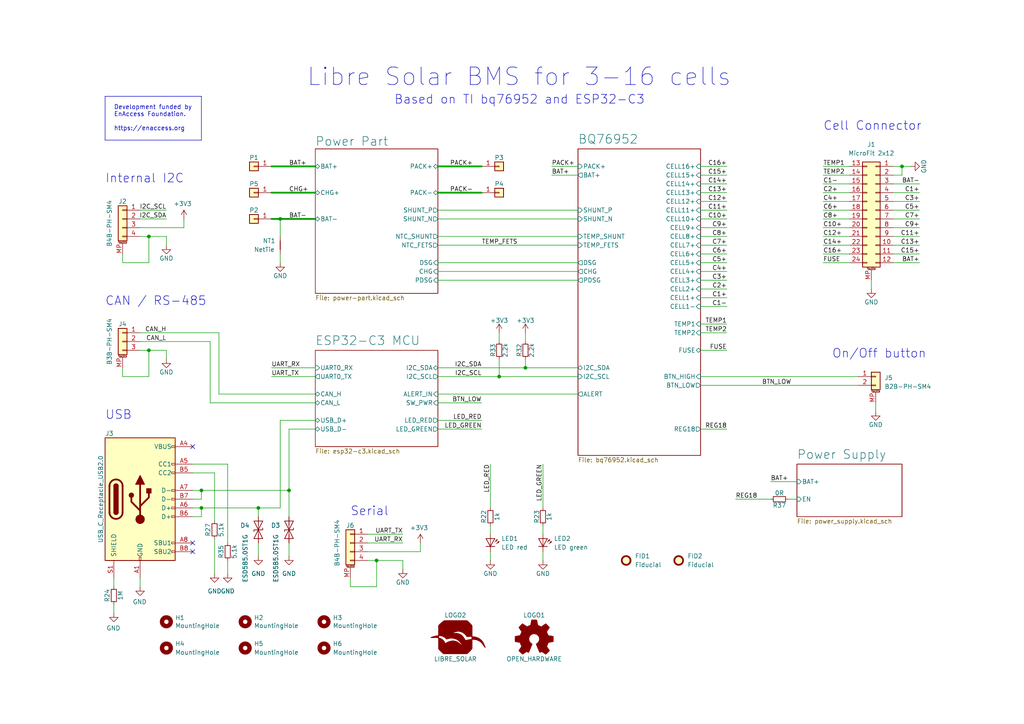
<source format=kicad_sch>
(kicad_sch (version 20231120) (generator "eeschema") (generator_version "8.0")
  (paper "A4")
  (title_block (title "Libre Solar BMS C1") (date "2024-03-17") (rev "0.4.1") (company "Libre Solar Technologies GmbH") (comment 1 "Website: https://libre.solar") (comment 2 "Author: Martin Jäger") (comment 3 "License: CERN-OHL-W"))
  (lib_symbols
    (symbol "Connector:USB_C_Receptacle_USB2.0" (pin_names (offset 1.016))
      (property "Reference" "J" (at -10.16 19.05 0))
      (property "Value" "USB_C_Receptacle_USB2.0" (at 19.05 19.05 0))
      (symbol "USB_C_Receptacle_USB2.0_1_1"
        (pin passive line (at 0 -22.86 90) (length 5.08) (name "GND") (number "A1"))
        (pin passive line (at 0 -22.86 90) (length 5.08) hide (name "GND") (number "A12"))
        (pin passive line (at 15.24 15.24 180) (length 5.08) (name "VBUS") (number "A4"))
        (pin bidirectional line (at 15.24 10.16 180) (length 5.08) (name "CC1") (number "A5"))
        (pin bidirectional line (at 15.24 -2.54 180) (length 5.08) (name "D+") (number "A6"))
        (pin bidirectional line (at 15.24 2.54 180) (length 5.08) (name "D-") (number "A7"))
        (pin bidirectional line (at 15.24 -12.7 180) (length 5.08) (name "SBU1") (number "A8"))
        (pin passive line (at 15.24 15.24 180) (length 5.08) hide (name "VBUS") (number "A9"))
        (pin passive line (at 0 -22.86 90) (length 5.08) hide (name "GND") (number "B1"))
        (pin passive line (at 0 -22.86 90) (length 5.08) hide (name "GND") (number "B12"))
        (pin passive line (at 15.24 15.24 180) (length 5.08) hide (name "VBUS") (number "B4"))
        (pin bidirectional line (at 15.24 7.62 180) (length 5.08) (name "CC2") (number "B5"))
        (pin bidirectional line (at 15.24 -5.08 180) (length 5.08) (name "D+") (number "B6"))
        (pin bidirectional line (at 15.24 0 180) (length 5.08) (name "D-") (number "B7"))
        (pin bidirectional line (at 15.24 -15.24 180) (length 5.08) (name "SBU2") (number "B8"))
        (pin passive line (at 15.24 15.24 180) (length 5.08) hide (name "VBUS") (number "B9"))
        (pin passive line (at -7.62 -22.86 90) (length 5.08) (name "SHIELD") (number "S1"))
      )
    )
    (symbol "Connector_Generic:Conn_01x01" (pin_names (offset 1.016) hide)
      (property "Reference" "J" (at 0 2.54 0))
      (property "Value" "Conn_01x01" (at 0 -2.54 0))
      (symbol "Conn_01x01_1_1"
        (pin passive line (at -5.08 0 0) (length 3.81) (name "Pin_1") (number "1"))
      )
    )
    (symbol "Connector_Generic_MountingPin:Conn_01x02_MountingPin" (pin_names (offset 1.016) hide)
      (property "Reference" "J" (at 0 2.54 0))
      (property "Value" "Conn_01x02_MountingPin" (at 1.27 -5.08 0))
      (symbol "Conn_01x02_MountingPin_1_1"
        (text "Mounting" (at 0 -4.191 0) (effects (font (size 0.381 0.381))))
        (pin passive line (at -5.08 0 0) (length 3.81) (name "Pin_1") (number "1"))
        (pin passive line (at -5.08 -2.54 0) (length 3.81) (name "Pin_2") (number "2"))
        (pin passive line (at 0 -7.62 90) (length 3.048) (name "MountPin") (number "MP"))
      )
    )
    (symbol "Connector_Generic_MountingPin:Conn_01x03_MountingPin" (pin_names (offset 1.016) hide)
      (property "Reference" "J" (at 0 5.08 0))
      (property "Value" "Conn_01x03_MountingPin" (at 1.27 -5.08 0))
      (symbol "Conn_01x03_MountingPin_1_1"
        (text "Mounting" (at 0 -4.191 0) (effects (font (size 0.381 0.381))))
        (pin passive line (at -5.08 2.54 0) (length 3.81) (name "Pin_1") (number "1"))
        (pin passive line (at -5.08 0 0) (length 3.81) (name "Pin_2") (number "2"))
        (pin passive line (at -5.08 -2.54 0) (length 3.81) (name "Pin_3") (number "3"))
        (pin passive line (at 0 -7.62 90) (length 3.048) (name "MountPin") (number "MP"))
      )
    )
    (symbol "Connector_Generic_MountingPin:Conn_01x04_MountingPin" (pin_names (offset 1.016) hide)
      (property "Reference" "J" (at 0 5.08 0))
      (property "Value" "Conn_01x04_MountingPin" (at 1.27 -7.62 0))
      (symbol "Conn_01x04_MountingPin_1_1"
        (text "Mounting" (at 0 -6.731 0) (effects (font (size 0.381 0.381))))
        (pin passive line (at -5.08 2.54 0) (length 3.81) (name "Pin_1") (number "1"))
        (pin passive line (at -5.08 0 0) (length 3.81) (name "Pin_2") (number "2"))
        (pin passive line (at -5.08 -2.54 0) (length 3.81) (name "Pin_3") (number "3"))
        (pin passive line (at -5.08 -5.08 0) (length 3.81) (name "Pin_4") (number "4"))
        (pin passive line (at 0 -10.16 90) (length 3.048) (name "MountPin") (number "MP"))
      )
    )
    (symbol "Connector_Generic_MountingPin:Conn_02x12_Top_Bottom_MountingPin" (pin_names (offset 1.016) hide)
      (property "Reference" "J" (at 1.27 15.24 0))
      (property "Value" "Conn_02x12_Top_Bottom_MountingPin" (at 2.54 -17.78 0))
      (symbol "Conn_02x12_Top_Bottom_MountingPin_1_1"
        (text "Mounting" (at 1.27 -16.891 0) (effects (font (size 0.381 0.381))))
        (pin passive line (at -5.08 12.7 0) (length 3.81) (name "Pin_1") (number "1"))
        (pin passive line (at -5.08 -10.16 0) (length 3.81) (name "Pin_10") (number "10"))
        (pin passive line (at -5.08 -12.7 0) (length 3.81) (name "Pin_11") (number "11"))
        (pin passive line (at -5.08 -15.24 0) (length 3.81) (name "Pin_12") (number "12"))
        (pin passive line (at 7.62 12.7 180) (length 3.81) (name "Pin_13") (number "13"))
        (pin passive line (at 7.62 10.16 180) (length 3.81) (name "Pin_14") (number "14"))
        (pin passive line (at 7.62 7.62 180) (length 3.81) (name "Pin_15") (number "15"))
        (pin passive line (at 7.62 5.08 180) (length 3.81) (name "Pin_16") (number "16"))
        (pin passive line (at 7.62 2.54 180) (length 3.81) (name "Pin_17") (number "17"))
        (pin passive line (at 7.62 0 180) (length 3.81) (name "Pin_18") (number "18"))
        (pin passive line (at 7.62 -2.54 180) (length 3.81) (name "Pin_19") (number "19"))
        (pin passive line (at -5.08 10.16 0) (length 3.81) (name "Pin_2") (number "2"))
        (pin passive line (at 7.62 -5.08 180) (length 3.81) (name "Pin_20") (number "20"))
        (pin passive line (at 7.62 -7.62 180) (length 3.81) (name "Pin_21") (number "21"))
        (pin passive line (at 7.62 -10.16 180) (length 3.81) (name "Pin_22") (number "22"))
        (pin passive line (at 7.62 -12.7 180) (length 3.81) (name "Pin_23") (number "23"))
        (pin passive line (at 7.62 -15.24 180) (length 3.81) (name "Pin_24") (number "24"))
        (pin passive line (at -5.08 7.62 0) (length 3.81) (name "Pin_3") (number "3"))
        (pin passive line (at -5.08 5.08 0) (length 3.81) (name "Pin_4") (number "4"))
        (pin passive line (at -5.08 2.54 0) (length 3.81) (name "Pin_5") (number "5"))
        (pin passive line (at -5.08 0 0) (length 3.81) (name "Pin_6") (number "6"))
        (pin passive line (at -5.08 -2.54 0) (length 3.81) (name "Pin_7") (number "7"))
        (pin passive line (at -5.08 -5.08 0) (length 3.81) (name "Pin_8") (number "8"))
        (pin passive line (at -5.08 -7.62 0) (length 3.81) (name "Pin_9") (number "9"))
        (pin passive line (at 1.27 -20.32 90) (length 3.048) (name "MountPin") (number "MP"))
      )
    )
    (symbol "Device:NetTie_2" (pin_numbers hide) (pin_names (offset 0) hide)
      (property "Reference" "NT" (at 0 1.27 0))
      (property "Value" "NetTie_2" (at 0 -1.27 0))
      (symbol "NetTie_2_1_1"
        (pin passive line (at -2.54 0 0) (length 2.54) (name "1") (number "1"))
        (pin passive line (at 2.54 0 180) (length 2.54) (name "2") (number "2"))
      )
    )
    (symbol "Diode:SZESD9B5.0ST5G" (pin_numbers hide) (pin_names (offset 1.016) hide)
      (property "Reference" "D" (at 0 2.54 0))
      (property "Value" "SZESD9B5.0ST5G" (at 0 -2.54 0))
      (symbol "SZESD9B5.0ST5G_1_1"
        (pin passive line (at -3.81 0 0) (length 2.54) (name "A1") (number "1"))
        (pin passive line (at 3.81 0 180) (length 2.54) (name "A2") (number "2"))
      )
    )
    (symbol "Graphic:Logo_Open_Hardware_Small" (pin_names (offset 1.016)))
    (symbol "LibreSolar:LED" (pin_numbers hide) (pin_names (offset 1.016) hide)
      (property "Reference" "D" (at 3.175 1.27 0))
      (property "Value" "LED" (at 3.175 -1.27 0))
      (symbol "LED_1_1"
        (pin passive line (at 0 -2.54 90) (length 1.27) (name "K") (number "1"))
        (pin passive line (at 0 2.54 270) (length 1.27) (name "A") (number "2"))
      )
    )
    (symbol "LibreSolar:Logo_Libre_Solar" (pin_numbers hide) (pin_names (offset 1.016) hide)
      (property "Reference" "LOGO" (at 0 6.985 0))
      (property "Value" "Logo_Libre_Solar" (at 0 -5.715 0))
    )
    (symbol "LibreSolar:R" (pin_numbers hide) (pin_names (offset 0.254) hide)
      (property "Reference" "R" (at -1.905 0 90))
      (property "Value" "R" (at 1.905 0 90))
      (symbol "R_1_1"
        (pin passive line (at 0 2.54 270) (length 0.762) (name "~") (number "1"))
        (pin passive line (at 0 -2.54 90) (length 0.762) (name "~") (number "2"))
      )
    )
    (symbol "Mechanical:Fiducial"
      (property "Reference" "FID" (at 0 5.08 0))
      (property "Value" "Fiducial" (at 0 3.175 0))
    )
    (symbol "Mechanical:MountingHole" (pin_names (offset 1.016))
      (property "Reference" "H" (at 0 5.08 0))
      (property "Value" "MountingHole" (at 0 3.175 0))
    )
    (symbol "power:+3.3V" (power) (pin_names (offset 0))
      (property "Value" "+3.3V" (at 0 3.556 0))
      (symbol "+3.3V_1_1"
        (pin power_in line (at 0 0 90) (length 0) hide (name "+3V3") (number "1"))
      )
    )
    (symbol "power:+3V3" (power) (pin_names (offset 0))
      (property "Value" "+3V3" (at 0 3.556 0))
      (symbol "+3V3_1_1"
        (pin power_in line (at 0 0 90) (length 0) hide (name "+3V3") (number "1"))
      )
    )
    (symbol "power:GND" (power) (pin_names (offset 0))
      (property "Value" "GND" (at 0 -3.81 0))
      (symbol "GND_1_1"
        (pin power_in line (at 0 0 270) (length 0) hide (name "GND") (number "1"))
      )
    )
  )
  (junction (at 43.18 68.58))
  (junction (at 74.93 147.32))
  (junction (at 152.4 106.68))
  (junction (at 43.18 101.6))
  (junction (at 58.42 142.24))
  (junction (at 81.28 63.5))
  (junction (at 83.82 142.24))
  (junction (at 58.42 147.32))
  (junction (at 261.62 48.26))
  (junction (at 144.78 109.22))
  (junction (at 109.22 162.56))
  (no_connect (at 55.88 160.02))
  (no_connect (at 55.88 129.54))
  (no_connect (at 55.88 157.48))
  (wire (pts (xy 53.34 66.04) (xy 40.64 66.04)))
  (wire (pts (xy 35.56 106.68) (xy 35.56 109.22)))
  (wire (pts (xy 259.08 55.88) (xy 266.7 55.88)))
  (wire (pts (xy 127 78.74) (xy 167.64 78.74)))
  (wire (pts (xy 238.76 60.96) (xy 246.38 60.96)))
  (wire (pts (xy 74.93 147.32) (xy 74.93 149.86)))
  (wire (pts (xy 160.02 48.26) (xy 167.64 48.26)))
  (wire (pts (xy 66.04 134.62) (xy 66.04 157.48)))
  (wire (pts (xy 127 63.5) (xy 167.64 63.5)))
  (wire (pts (xy 238.76 73.66) (xy 246.38 73.66)))
  (wire (pts (xy 152.4 104.14) (xy 152.4 106.68)))
  (wire (pts (xy 139.7 124.46) (xy 127 124.46)))
  (wire (pts (xy 48.26 68.58) (xy 43.18 68.58)))
  (wire (pts (xy 127 114.3) (xy 167.64 114.3)))
  (wire (pts (xy 101.6 167.64) (xy 101.6 170.18)))
  (wire (pts (xy 259.08 71.12) (xy 266.7 71.12)))
  (wire (pts (xy 35.56 76.2) (xy 43.18 76.2)))
  (wire (pts (xy 210.82 88.9) (xy 203.2 88.9)))
  (wire (pts (xy 127 76.2) (xy 167.64 76.2)))
  (wire (pts (xy 152.4 106.68) (xy 167.64 106.68)))
  (wire (pts (xy 210.82 76.2) (xy 203.2 76.2)))
  (wire (pts (xy 210.82 60.96) (xy 203.2 60.96)))
  (wire (pts (xy 259.08 68.58) (xy 266.7 68.58)))
  (wire (pts (xy 91.44 116.84) (xy 60.96 116.84)))
  (wire (pts (xy 78.74 63.5) (xy 81.28 63.5)) (stroke (width 0.508)))
  (wire (pts (xy 83.82 124.46) (xy 83.82 142.24)))
  (wire (pts (xy 35.56 109.22) (xy 43.18 109.22)))
  (wire (pts (xy 81.28 147.32) (xy 74.93 147.32)))
  (wire (pts (xy 91.44 121.92) (xy 81.28 121.92)))
  (wire (pts (xy 91.44 114.3) (xy 63.5 114.3)))
  (wire (pts (xy 58.42 149.86) (xy 55.88 149.86)))
  (wire (pts (xy 81.28 73.66) (xy 81.28 76.2)))
  (wire (pts (xy 81.28 63.5) (xy 81.28 68.58)))
  (wire (pts (xy 210.82 78.74) (xy 203.2 78.74)))
  (wire (pts (xy 238.76 66.04) (xy 246.38 66.04)))
  (wire (pts (xy 83.82 142.24) (xy 83.82 149.86)))
  (wire (pts (xy 33.02 175.26) (xy 33.02 177.8)))
  (wire (pts (xy 63.5 96.52) (xy 63.5 114.3)))
  (wire (pts (xy 81.28 63.5) (xy 91.44 63.5)) (stroke (width 0.508)))
  (wire (pts (xy 238.76 55.88) (xy 246.38 55.88)))
  (wire (pts (xy 101.6 170.18) (xy 109.22 170.18)))
  (wire (pts (xy 142.24 160.02) (xy 142.24 162.56)))
  (wire (pts (xy 144.78 109.22) (xy 127 109.22)))
  (wire (pts (xy 259.08 48.26) (xy 261.62 48.26)))
  (wire (pts (xy 40.64 101.6) (xy 43.18 101.6)))
  (wire (pts (xy 48.26 63.5) (xy 40.64 63.5)))
  (wire (pts (xy 83.82 124.46) (xy 91.44 124.46)))
  (wire (pts (xy 55.88 134.62) (xy 66.04 134.62)))
  (wire (pts (xy 261.62 48.26) (xy 261.62 50.8)))
  (wire (pts (xy 109.22 162.56) (xy 106.68 162.56)))
  (wire (pts (xy 35.56 73.66) (xy 35.56 76.2)))
  (wire (pts (xy 40.64 170.18) (xy 40.64 167.64)))
  (wire (pts (xy 210.82 96.52) (xy 203.2 96.52)))
  (wire (pts (xy 210.82 68.58) (xy 203.2 68.58)))
  (wire (pts (xy 58.42 147.32) (xy 74.93 147.32)))
  (wire (pts (xy 203.2 109.22) (xy 248.92 109.22)))
  (wire (pts (xy 116.84 162.56) (xy 109.22 162.56)))
  (wire (pts (xy 48.26 101.6) (xy 48.26 104.14)))
  (polyline (pts (xy 58.42 27.94) (xy 58.42 40.64)))
  (wire (pts (xy 238.76 71.12) (xy 246.38 71.12)))
  (wire (pts (xy 40.64 96.52) (xy 63.5 96.52)))
  (wire (pts (xy 109.22 170.18) (xy 109.22 162.56)))
  (wire (pts (xy 142.24 152.4) (xy 142.24 154.94)))
  (wire (pts (xy 78.74 55.88) (xy 91.44 55.88)) (stroke (width 0.508)))
  (wire (pts (xy 266.7 76.2) (xy 259.08 76.2)))
  (wire (pts (xy 266.7 53.34) (xy 259.08 53.34)))
  (wire (pts (xy 210.82 55.88) (xy 203.2 55.88)))
  (wire (pts (xy 157.48 160.02) (xy 157.48 162.56)))
  (wire (pts (xy 48.26 60.96) (xy 40.64 60.96)))
  (wire (pts (xy 144.78 104.14) (xy 144.78 109.22)))
  (wire (pts (xy 261.62 50.8) (xy 259.08 50.8)))
  (wire (pts (xy 238.76 68.58) (xy 246.38 68.58)))
  (polyline (pts (xy 30.48 27.94) (xy 58.42 27.94)))
  (wire (pts (xy 91.44 106.68) (xy 78.74 106.68)))
  (wire (pts (xy 246.38 50.8) (xy 238.76 50.8)))
  (wire (pts (xy 142.24 134.62) (xy 142.24 147.32)))
  (wire (pts (xy 210.82 83.82) (xy 203.2 83.82)))
  (wire (pts (xy 259.08 66.04) (xy 266.7 66.04)))
  (wire (pts (xy 127 55.88) (xy 139.7 55.88)) (stroke (width 0.508)))
  (wire (pts (xy 40.64 99.06) (xy 60.96 99.06)))
  (wire (pts (xy 238.76 63.5) (xy 246.38 63.5)))
  (wire (pts (xy 55.88 144.78) (xy 58.42 144.78)))
  (wire (pts (xy 139.7 116.84) (xy 127 116.84)))
  (wire (pts (xy 210.82 58.42) (xy 203.2 58.42)))
  (wire (pts (xy 62.23 151.13) (xy 62.23 137.16)))
  (wire (pts (xy 238.76 53.34) (xy 246.38 53.34)))
  (wire (pts (xy 81.28 121.92) (xy 81.28 147.32)))
  (wire (pts (xy 210.82 53.34) (xy 203.2 53.34)))
  (wire (pts (xy 127 60.96) (xy 167.64 60.96)))
  (wire (pts (xy 246.38 76.2) (xy 238.76 76.2)))
  (wire (pts (xy 55.88 147.32) (xy 58.42 147.32)))
  (wire (pts (xy 78.74 48.26) (xy 91.44 48.26)) (stroke (width 0.508)))
  (wire (pts (xy 246.38 48.26) (xy 238.76 48.26)))
  (wire (pts (xy 210.82 66.04) (xy 203.2 66.04)))
  (wire (pts (xy 152.4 106.68) (xy 127 106.68)))
  (wire (pts (xy 127 81.28) (xy 167.64 81.28)))
  (wire (pts (xy 210.82 86.36) (xy 203.2 86.36)))
  (wire (pts (xy 43.18 109.22) (xy 43.18 101.6)))
  (wire (pts (xy 254 116.84) (xy 254 119.38)))
  (wire (pts (xy 60.96 99.06) (xy 60.96 116.84)))
  (wire (pts (xy 238.76 58.42) (xy 246.38 58.42)))
  (wire (pts (xy 62.23 137.16) (xy 55.88 137.16)))
  (wire (pts (xy 127 68.58) (xy 167.64 68.58)))
  (wire (pts (xy 259.08 58.42) (xy 266.7 58.42)))
  (wire (pts (xy 259.08 60.96) (xy 266.7 60.96)))
  (wire (pts (xy 203.2 124.46) (xy 210.82 124.46)))
  (wire (pts (xy 264.16 48.26) (xy 261.62 48.26)))
  (wire (pts (xy 203.2 101.6) (xy 210.82 101.6)))
  (wire (pts (xy 139.7 121.92) (xy 127 121.92)))
  (polyline (pts (xy 30.48 27.94) (xy 30.48 40.64)))
  (wire (pts (xy 58.42 147.32) (xy 58.42 149.86)))
  (wire (pts (xy 210.82 71.12) (xy 203.2 71.12)))
  (wire (pts (xy 157.48 134.62) (xy 157.48 147.32)))
  (wire (pts (xy 210.82 63.5) (xy 203.2 63.5)))
  (wire (pts (xy 66.04 162.56) (xy 66.04 166.37)))
  (wire (pts (xy 152.4 96.52) (xy 152.4 99.06)))
  (wire (pts (xy 144.78 109.22) (xy 167.64 109.22)))
  (wire (pts (xy 116.84 162.56) (xy 116.84 165.1)))
  (wire (pts (xy 210.82 81.28) (xy 203.2 81.28)))
  (wire (pts (xy 74.93 157.48) (xy 74.93 161.29)))
  (polyline (pts (xy 58.42 40.64) (xy 30.48 40.64)))
  (wire (pts (xy 58.42 142.24) (xy 83.82 142.24)))
  (wire (pts (xy 62.23 156.21) (xy 62.23 166.37)))
  (wire (pts (xy 116.84 157.48) (xy 106.68 157.48)))
  (wire (pts (xy 160.02 50.8) (xy 167.64 50.8)))
  (wire (pts (xy 259.08 73.66) (xy 266.7 73.66)))
  (wire (pts (xy 48.26 68.58) (xy 48.26 71.12)))
  (wire (pts (xy 43.18 68.58) (xy 40.64 68.58)))
  (wire (pts (xy 43.18 101.6) (xy 48.26 101.6)))
  (wire (pts (xy 127 71.12) (xy 167.64 71.12)))
  (wire (pts (xy 53.34 66.04) (xy 53.34 63.5)))
  (wire (pts (xy 252.73 81.28) (xy 252.73 83.82)))
  (wire (pts (xy 58.42 142.24) (xy 55.88 142.24)))
  (wire (pts (xy 127 48.26) (xy 139.7 48.26)) (stroke (width 0.508)))
  (wire (pts (xy 213.36 144.78) (xy 223.52 144.78)))
  (wire (pts (xy 210.82 50.8) (xy 203.2 50.8)))
  (wire (pts (xy 203.2 111.76) (xy 248.92 111.76)))
  (wire (pts (xy 231.14 139.7) (xy 223.52 139.7)))
  (wire (pts (xy 83.82 157.48) (xy 83.82 161.29)))
  (wire (pts (xy 228.6 144.78) (xy 231.14 144.78)))
  (wire (pts (xy 210.82 48.26) (xy 203.2 48.26)))
  (wire (pts (xy 259.08 63.5) (xy 266.7 63.5)))
  (wire (pts (xy 91.44 109.22) (xy 78.74 109.22)))
  (wire (pts (xy 121.92 160.02) (xy 121.92 157.48)))
  (wire (pts (xy 116.84 154.94) (xy 106.68 154.94)))
  (wire (pts (xy 210.82 93.98) (xy 203.2 93.98)))
  (wire (pts (xy 157.48 152.4) (xy 157.48 154.94)))
  (wire (pts (xy 121.92 160.02) (xy 106.68 160.02)))
  (wire (pts (xy 210.82 73.66) (xy 203.2 73.66)))
  (wire (pts (xy 43.18 76.2) (xy 43.18 68.58)))
  (wire (pts (xy 58.42 144.78) (xy 58.42 142.24)))
  (wire (pts (xy 144.78 96.52) (xy 144.78 99.06)))
  (wire (pts (xy 33.02 167.64) (xy 33.02 170.18)))
  (text "Based on TI bq76952 and ESP32-C3" (at 114.3 30.48 0) (effects (font (size 2.54 2.54)) (justify left bottom)))
  (text "CAN / RS-485" (at 30.48 88.9 0) (effects (font (size 2.54 2.54)) (justify left bottom)))
  (text "Development funded by\nEnAccess Foundation.\n\nhttps://enaccess.org" (at 33.02 38.1 0) (effects (font (size 1.27 1.27)) (justify left bottom)))
  (text "USB" (at 30.48 121.92 0) (effects (font (size 2.54 2.54)) (justify left bottom)))
  (text "Serial" (at 101.6 149.86 0) (effects (font (size 2.54 2.54)) (justify left bottom)))
  (text "Libre Solar BMS for 3-16 cells" (at 88.9 25.4 0) (effects (font (size 5.08 5.08)) (justify left bottom)))
  (text "Cell Connector" (at 238.76 38.1 0) (effects (font (size 2.54 2.54)) (justify left bottom)))
  (text "Internal I2C" (at 30.48 53.34 0) (effects (font (size 2.54 2.54)) (justify left bottom)))
  (text "On/Off button" (at 241.3 104.14 0) (effects (font (size 2.54 2.54)) (justify left bottom)))
  (label "REG18" (at 213.36 144.78 0))
  (label "C8+" (at 210.82 68.58 180))
  (label "C2+" (at 238.76 55.88 0))
  (label "CAN_L" (at 48.26 99.06 180))
  (label "TEMP1" (at 210.82 93.98 180))
  (label "UART_TX" (at 116.84 154.94 180))
  (label "C16+" (at 238.76 73.66 0))
  (label "BAT+" (at 266.7 76.2 180))
  (label "C12+" (at 210.82 58.42 180))
  (label "C2+" (at 210.82 83.82 180))
  (label "C1+" (at 210.82 86.36 180))
  (label "C14+" (at 210.82 53.34 180))
  (label "PACK+" (at 160.02 48.26 0))
  (label "I2C_SDA" (at 139.7 106.68 180))
  (label "I2C_SCL" (at 139.7 109.22 180))
  (label "C7+" (at 266.7 63.5 180))
  (label "C8+" (at 238.76 63.5 0))
  (label "UART_RX" (at 78.74 106.68 0))
  (label "C1-" (at 238.76 53.34 0))
  (label "C6+" (at 210.82 73.66 180))
  (label "C5+" (at 266.7 60.96 180))
  (label "C7+" (at 210.82 71.12 180))
  (label "C4+" (at 210.82 78.74 180))
  (label "FUSE" (at 210.82 101.6 180))
  (label "LED_GREEN" (at 139.7 124.46 180))
  (label "FUSE" (at 238.76 76.2 0))
  (label "UART_TX" (at 78.74 109.22 0))
  (label "C12+" (at 238.76 68.58 0))
  (label "PACK+" (at 137.16 48.26 180))
  (label "PACK-" (at 137.16 55.88 180))
  (label "C10+" (at 210.82 63.5 180))
  (label "C4+" (at 238.76 58.42 0))
  (label "TEMP2" (at 210.82 96.52 180))
  (label "C13+" (at 210.82 55.88 180))
  (label "TEMP2" (at 238.76 50.8 0))
  (label "CHG+" (at 83.82 55.88 0))
  (label "REG18" (at 210.82 124.46 180))
  (label "C15+" (at 266.7 73.66 180))
  (label "C11+" (at 210.82 60.96 180))
  (label "BAT-" (at 266.7 53.34 180))
  (label "C6+" (at 238.76 60.96 0))
  (label "C1-" (at 210.82 88.9 180))
  (label "BTN_LOW" (at 220.98 111.76 0))
  (label "UART_RX" (at 116.84 157.48 180))
  (label "TEMP1" (at 238.76 48.26 0))
  (label "C13+" (at 266.7 71.12 180))
  (label "BAT+" (at 83.82 48.26 0))
  (label "BAT+" (at 160.02 50.8 0))
  (label "C11+" (at 266.7 68.58 180))
  (label "C10+" (at 238.76 66.04 0))
  (label "C9+" (at 210.82 66.04 180))
  (label "LED_RED" (at 142.24 134.62 270))
  (label "BAT-" (at 83.82 63.5 0))
  (label "LED_RED" (at 139.7 121.92 180))
  (label "I2C_SDA" (at 48.26 63.5 180))
  (label "TEMP_FETS" (at 139.7 71.12 0))
  (label "BAT+" (at 223.52 139.7 0))
  (label "BTN_LOW" (at 139.7 116.84 180))
  (label "C3+" (at 210.82 81.28 180))
  (label "LED_GREEN" (at 157.48 134.62 270))
  (label "C5+" (at 210.82 76.2 180))
  (label "C14+" (at 238.76 71.12 0))
  (label "CAN_H" (at 48.26 96.52 180))
  (label "I2C_SCL" (at 48.26 60.96 180))
  (label "C15+" (at 210.82 50.8 180))
  (label "C1+" (at 266.7 55.88 180))
  (label "C9+" (at 266.7 66.04 180))
  (label "C3+" (at 266.7 58.42 180))
  (label "C16+" (at 210.82 48.26 180))
  (symbol (lib_id "LibreSolar:Logo_Libre_Solar") (at 132.08 185.42 0) (unit 1)
    (property "Reference" "LOGO2" (at 132.08 178.435 0))
    (property "Value" "LIBRE_SOLAR" (at 132.08 191.135 0))
    (property "Footprint" "LibreSolar:LIBRESOLAR_LOGO" (effects (hide yes)))
  )
  (symbol (lib_id "Graphic:Logo_Open_Hardware_Small") (at 154.94 185.42 0) (unit 1)
    (property "Reference" "LOGO1" (at 154.94 178.435 0))
    (property "Value" "OPEN_HARDWARE" (at 154.94 191.135 0))
    (property "Footprint" "Symbol:OSHW-Logo_5.7x6mm_SilkScreen" (effects (hide yes)))
  )
  (symbol (lib_id "power:GND") (at 40.64 170.18 0) (mirror y) (unit 1)
    (property "Reference" "#PWR0116" (effects (hide yes)))
    (property "Value" "GND" (at 40.513 174.5742 0))
  )
  (symbol (lib_id "Mechanical:MountingHole") (at 48.26 180.34 0) (unit 1)
    (property "Reference" "H1" (at 50.8 179.1716 0) (effects (justify left)))
    (property "Value" "MountingHole" (at 50.8 181.483 0) (effects (justify left)))
    (property "Footprint" "MountingHole:MountingHole_3.2mm_M3_Pad_TopBottom" (effects (hide yes)))
  )
  (symbol (lib_id "Mechanical:MountingHole") (at 71.12 180.34 0) (unit 1)
    (property "Reference" "H2" (at 73.66 179.1716 0) (effects (justify left)))
    (property "Value" "MountingHole" (at 73.66 181.483 0) (effects (justify left)))
    (property "Footprint" "MountingHole:MountingHole_3.2mm_M3_Pad_TopBottom" (effects (hide yes)))
  )
  (symbol (lib_id "power:+3V3") (at 53.34 63.5 0) (mirror y) (unit 1)
    (property "Reference" "#PWR0146" (effects (hide yes)))
    (property "Value" "+3V3" (at 52.959 59.1058 0))
  )
  (symbol (lib_id "Connector_Generic_MountingPin:Conn_01x04_MountingPin") (at 35.56 63.5 0) (mirror y) (unit 1)
    (property "Reference" "J2" (at 35.56 58.42 0))
    (property "Value" "B4B-PH-SM4" (at 31.75 64.77 90))
    (property "Footprint" "Connector_JST:JST_PH_B4B-PH-SM4-TB_1x04-1MP_P2.00mm_Vertical" (effects (hide yes)))
    (property "Manufacturer" "JST" (effects (hide yes)))
    (property "Remarks" "Alternative: Würth 620304124022" (effects (hide yes)))
    (property "PartNumber" "B4B-PH-SM4-TB(LF)(SN)" (effects (hide yes)))
    (property "LCSC" "C160354" (effects (hide yes)))
  )
  (symbol (lib_id "power:GND") (at 81.28 76.2 0) (mirror y) (unit 1)
    (property "Reference" "#PWR0107" (effects (hide yes)))
    (property "Value" "GND" (at 81.28 80.01 0))
  )
  (symbol (lib_id "Connector_Generic_MountingPin:Conn_01x02_MountingPin") (at 254 109.22 0) (unit 1)
    (property "Reference" "J5" (at 256.54 109.5755 0) (effects (justify left)))
    (property "Value" "B2B-PH-SM4" (at 256.54 112.1155 0) (effects (justify left)))
    (property "Footprint" "Connector_JST:JST_PH_B2B-PH-SM4-TB_1x02-1MP_P2.00mm_Vertical" (effects (hide yes)))
    (property "Manufacturer" "JST" (effects (hide yes)))
    (property "Remarks" "Alternative: Würth 620302124022" (effects (hide yes)))
    (property "PartNumber" "B2B-PH-SM4-TB(LF)(SN)" (effects (hide yes)))
    (property "LCSC" "C160352" (effects (hide yes)))
  )
  (symbol (lib_id "Diode:SZESD9B5.0ST5G") (at 83.82 153.67 270) (mirror x) (unit 1)
    (property "Reference" "D3" (at 81.28 152.3999 90) (effects (justify right)))
    (property "Value" "ESD5B5.0ST1G" (at 80.01 154.94 0) (effects (justify right)))
    (property "Footprint" "LibreSolar:D_SOD-523" (effects (hide yes)))
    (property "Datasheet" "https://www.mouser.de/datasheet/2/308/1/ESD5B5_0ST1_D-2311335.pdf" (effects (hide yes)))
    (property "Manufacturer" "onsemi" (effects (hide yes)))
    (property "PartNumber" "ESD5B5.0ST1G" (effects (hide yes)))
    (property "LCSC" "C93623" (effects (hide yes)))
  )
  (symbol (lib_id "power:+3V3") (at 121.92 157.48 0) (mirror y) (unit 1)
    (property "Reference" "#PWR0147" (effects (hide yes)))
    (property "Value" "+3V3" (at 121.539 153.0858 0))
  )
  (symbol (lib_id "power:GND") (at 33.02 177.8 0) (mirror y) (unit 1)
    (property "Reference" "#PWR011" (effects (hide yes)))
    (property "Value" "GND" (at 32.893 182.1942 0))
  )
  (symbol (lib_id "LibreSolar:R") (at 33.02 172.72 0) (mirror x) (unit 1)
    (property "Reference" "R24" (at 31.115 172.72 90))
    (property "Value" "1M" (at 34.925 172.72 90))
    (property "Footprint" "LibreSolar:R_0603_1608" (effects (hide yes)))
    (property "Manufacturer" "Yageo" (effects (hide yes)))
    (property "PartNumber" "RC0603FR-071ML" (effects (hide yes)))
  )
  (symbol (lib_id "Connector_Generic_MountingPin:Conn_02x12_Top_Bottom_MountingPin") (at 254 60.96 0) (mirror y) (unit 1)
    (property "Reference" "J1" (at 252.73 41.91 0))
    (property "Value" "MicroFit 2x12" (at 252.73 44.45 0))
    (property "Footprint" "Connector_Molex:Molex_Micro-Fit_3.0_43045-2410_2x12-1MP_P3.00mm_Horizontal" (effects (hide yes)))
    (property "Manufacturer" "Würth" (effects (hide yes)))
    (property "PartNumber" "662024231722" (effects (hide yes)))
    (property "Remarks" "Mating connector: 662024113322" (effects (hide yes)))
  )
  (symbol (lib_id "Connector_Generic:Conn_01x01") (at 144.78 55.88 0) (unit 1)
    (property "Reference" "P4" (at 144.78 53.34 0))
    (property "Value" "CONN_01X01" (effects (hide yes)))
    (property "Footprint" "LibreSolar:Wuerth_PowerOne_SMD_LF990005" (effects (hide yes)))
    (property "Manufacturer" "Erni" (effects (hide yes)))
    (property "PartNumber" "225852-E" (effects (hide yes)))
    (property "Remarks" "Alternative: Würth LF990005" (effects (hide yes)))
    (property "LCSC" "C3217898" (effects (hide yes)))
  )
  (symbol (lib_id "Mechanical:Fiducial") (at 196.85 162.56 0) (unit 1)
    (property "Reference" "FID2" (at 199.39 161.2899 0) (effects (justify left)))
    (property "Value" "Fiducial" (at 199.39 163.8299 0) (effects (justify left)))
    (property "Footprint" "Fiducial:Fiducial_1mm_Mask2mm" (effects (hide yes)))
  )
  (symbol (lib_id "power:GND") (at 252.73 83.82 0) (mirror y) (unit 1)
    (property "Reference" "#PWR0155" (effects (hide yes)))
    (property "Value" "GND" (at 252.73 87.63 0))
  )
  (symbol (lib_id "Mechanical:Fiducial") (at 181.61 162.56 0) (unit 1)
    (property "Reference" "FID1" (at 184.15 161.2899 0) (effects (justify left)))
    (property "Value" "Fiducial" (at 184.15 163.8299 0) (effects (justify left)))
    (property "Footprint" "Fiducial:Fiducial_1mm_Mask2mm" (effects (hide yes)))
  )
  (symbol (lib_id "power:GND") (at 264.16 48.26 90) (unit 1)
    (property "Reference" "#PWR0110" (effects (hide yes)))
    (property "Value" "GND" (at 267.97 48.26 0))
  )
  (symbol (lib_id "Connector_Generic:Conn_01x01") (at 73.66 63.5 0) (mirror y) (unit 1)
    (property "Reference" "P2" (at 73.66 60.96 0))
    (property "Value" "CONN_01X01" (effects (hide yes)))
    (property "Footprint" "LibreSolar:Wuerth_PowerOne_SMD_LF990005" (effects (hide yes)))
    (property "Manufacturer" "Erni" (effects (hide yes)))
    (property "PartNumber" "225852-E" (effects (hide yes)))
    (property "Remarks" "Alternative: Würth LF990005" (effects (hide yes)))
    (property "LCSC" "C3217898" (effects (hide yes)))
  )
  (symbol (lib_id "Connector_Generic:Conn_01x01") (at 144.78 48.26 0) (unit 1)
    (property "Reference" "P3" (at 144.78 45.72 0))
    (property "Value" "CONN_01X01" (effects (hide yes)))
    (property "Footprint" "LibreSolar:Wuerth_PowerOne_SMD_LF990005" (effects (hide yes)))
    (property "Manufacturer" "Erni" (effects (hide yes)))
    (property "PartNumber" "225852-E" (effects (hide yes)))
    (property "Remarks" "Alternative: Würth LF990005" (effects (hide yes)))
    (property "LCSC" "C3217898" (effects (hide yes)))
  )
  (symbol (lib_id "Mechanical:MountingHole") (at 48.26 187.96 0) (unit 1)
    (property "Reference" "H4" (at 50.8 186.6899 0) (effects (justify left)))
    (property "Value" "MountingHole" (at 50.8 189.2299 0) (effects (justify left)))
    (property "Footprint" "MountingHole:MountingHole_3.2mm_M3_Pad_TopBottom" (effects (hide yes)))
  )
  (symbol (lib_id "Connector_Generic:Conn_01x01") (at 73.66 55.88 0) (mirror y) (unit 1)
    (property "Reference" "P5" (at 73.66 53.34 0))
    (property "Value" "CONN_01X01" (effects (hide yes)))
    (property "Footprint" "Connector_Wire:SolderWirePad_1x01_SMD_5x10mm" (effects (hide yes)))
  )
  (symbol (lib_id "LibreSolar:LED") (at 142.24 157.48 0) (unit 1)
    (property "Reference" "LED1" (at 145.415 156.21 0) (effects (justify left)))
    (property "Value" "LED red" (at 145.415 158.75 0) (effects (justify left)))
    (property "Footprint" "LED_SMD:LED_0603_1608Metric" (effects (hide yes)))
    (property "Manufacturer" "Lite-On" (effects (hide yes)))
    (property "Remarks" "red" (effects (hide yes)))
    (property "LCSC" "C94869" (effects (hide yes)))
    (property "PartNumber" "LTST-C190KRKT" (effects (hide yes)))
  )
  (symbol (lib_id "power:GND") (at 62.23 166.37 0) (mirror y) (unit 1)
    (property "Reference" "#PWR018" (effects (hide yes)))
    (property "Value" "GND" (at 62.23 171.45 0))
  )
  (symbol (lib_id "Mechanical:MountingHole") (at 93.98 180.34 0) (unit 1)
    (property "Reference" "H3" (at 96.52 179.1716 0) (effects (justify left)))
    (property "Value" "MountingHole" (at 96.52 181.483 0) (effects (justify left)))
    (property "Footprint" "MountingHole:MountingHole_3.2mm_M3_Pad_TopBottom" (effects (hide yes)))
  )
  (symbol (lib_id "power:GND") (at 48.26 104.14 0) (unit 1)
    (property "Reference" "#PWR0154" (effects (hide yes)))
    (property "Value" "GND" (at 48.26 107.95 0))
  )
  (symbol (lib_id "Mechanical:MountingHole") (at 93.98 187.96 0) (unit 1)
    (property "Reference" "H6" (at 96.52 186.6899 0) (effects (justify left)))
    (property "Value" "MountingHole" (at 96.52 189.2299 0) (effects (justify left)))
    (property "Footprint" "MountingHole:MountingHole_3.2mm_M3_Pad_TopBottom" (effects (hide yes)))
  )
  (symbol (lib_id "Mechanical:MountingHole") (at 71.12 187.96 0) (unit 1)
    (property "Reference" "H5" (at 73.66 186.6899 0) (effects (justify left)))
    (property "Value" "MountingHole" (at 73.66 189.2299 0) (effects (justify left)))
    (property "Footprint" "MountingHole:MountingHole_3.2mm_M3_Pad_TopBottom" (effects (hide yes)))
  )
  (symbol (lib_id "power:+3.3V") (at 152.4 96.52 0) (mirror y) (unit 1)
    (property "Reference" "#PWR0114" (effects (hide yes)))
    (property "Value" "+3V3" (at 152.4 92.964 0))
  )
  (symbol (lib_id "power:GND") (at 157.48 162.56 0) (unit 1)
    (property "Reference" "#PWR0119" (effects (hide yes)))
    (property "Value" "GND" (at 157.48 166.37 0))
  )
  (symbol (lib_id "LibreSolar:R") (at 142.24 149.86 0) (mirror x) (unit 1)
    (property "Reference" "R22" (at 140.335 149.86 90))
    (property "Value" "1k" (at 144.145 149.86 90))
    (property "Footprint" "LibreSolar:R_0603_1608" (effects (hide yes)))
    (property "Manufacturer" "Yageo" (effects (hide yes)))
    (property "PartNumber" "RC0603FR-071KL" (effects (hide yes)))
  )
  (symbol (lib_id "LibreSolar:R") (at 62.23 153.67 0) (mirror x) (unit 1)
    (property "Reference" "R27" (at 60.325 153.67 90))
    (property "Value" "5.1k" (at 64.135 153.67 90))
    (property "Footprint" "LibreSolar:R_0603_1608" (effects (hide yes)))
    (property "Manufacturer" "Yageo" (effects (hide yes)))
    (property "PartNumber" "RC0603FR-075K1L" (effects (hide yes)))
  )
  (symbol (lib_id "LibreSolar:R") (at 157.48 149.86 0) (mirror x) (unit 1)
    (property "Reference" "R23" (at 155.702 149.86 90))
    (property "Value" "1k" (at 159.258 149.86 90))
    (property "Footprint" "LibreSolar:R_0603_1608" (effects (hide yes)))
    (property "Manufacturer" "Yageo" (effects (hide yes)))
    (property "PartNumber" "RC0603FR-071KL" (effects (hide yes)))
  )
  (symbol (lib_id "LibreSolar:R") (at 66.04 160.02 0) (mirror x) (unit 1)
    (property "Reference" "R35" (at 64.135 160.02 90))
    (property "Value" "5.1k" (at 67.945 160.02 90))
    (property "Footprint" "LibreSolar:R_0603_1608" (effects (hide yes)))
    (property "Manufacturer" "Yageo" (effects (hide yes)))
    (property "PartNumber" "RC0603FR-075K1L" (effects (hide yes)))
  )
  (symbol (lib_id "Connector_Generic_MountingPin:Conn_01x03_MountingPin") (at 35.56 99.06 0) (mirror y) (unit 1)
    (property "Reference" "J4" (at 35.56 93.98 0))
    (property "Value" "B3B-PH-SM4" (at 31.75 99.06 90))
    (property "Footprint" "Connector_JST:JST_PH_B3B-PH-SM4-TB_1x03-1MP_P2.00mm_Vertical" (effects (hide yes)))
    (property "Manufacturer" "JST" (effects (hide yes)))
    (property "Remarks" "Alternative: Würth 620303124022" (effects (hide yes)))
    (property "PartNumber" "B3B-PH-SM4-TB(LF)(SN)" (effects (hide yes)))
    (property "LCSC" "C160353" (effects (hide yes)))
  )
  (symbol (lib_id "LibreSolar:R") (at 144.78 101.6 0) (mirror x) (unit 1)
    (property "Reference" "R33" (at 143.002 101.6 90))
    (property "Value" "2.2k" (at 146.558 101.6 90))
    (property "Footprint" "LibreSolar:R_0603_1608" (effects (hide yes)))
    (property "Manufacturer" "Yageo" (effects (hide yes)))
    (property "PartNumber" "RC0603FR-072K2L" (effects (hide yes)))
  )
  (symbol (lib_id "Device:NetTie_2") (at 81.28 71.12 90) (mirror x) (unit 1)
    (property "Reference" "NT1" (at 76.2 69.85 90) (effects (justify right)))
    (property "Value" "NetTie" (at 73.66 72.39 90) (effects (justify right)))
    (property "Footprint" "NetTie:NetTie-2_SMD_Pad0.5mm" (effects (hide yes)))
  )
  (symbol (lib_id "power:GND") (at 142.24 162.56 0) (unit 1)
    (property "Reference" "#PWR0120" (effects (hide yes)))
    (property "Value" "GND" (at 142.24 166.37 0))
  )
  (symbol (lib_id "LibreSolar:LED") (at 157.48 157.48 0) (unit 1)
    (property "Reference" "LED2" (at 160.655 156.21 0) (effects (justify left)))
    (property "Value" "LED green" (at 160.655 158.75 0) (effects (justify left)))
    (property "Footprint" "LED_SMD:LED_0603_1608Metric" (effects (hide yes)))
    (property "Manufacturer" "Lite-On" (effects (hide yes)))
    (property "Remarks" "green" (effects (hide yes)))
    (property "LCSC" "C125094" (effects (hide yes)))
    (property "PartNumber" "LTST-C190KGKT" (effects (hide yes)))
  )
  (symbol (lib_id "power:GND") (at 116.84 165.1 0) (unit 1)
    (property "Reference" "#PWR0148" (effects (hide yes)))
    (property "Value" "GND" (at 116.84 168.91 0))
  )
  (symbol (lib_id "power:GND") (at 48.26 71.12 0) (unit 1)
    (property "Reference" "#PWR0145" (effects (hide yes)))
    (property "Value" "GND" (at 48.26 74.93 0))
  )
  (symbol (lib_id "power:GND") (at 66.04 166.37 0) (mirror y) (unit 1)
    (property "Reference" "#PWR017" (effects (hide yes)))
    (property "Value" "GND" (at 66.04 171.45 0))
  )
  (symbol (lib_id "Diode:SZESD9B5.0ST5G") (at 74.93 153.67 270) (mirror x) (unit 1)
    (property "Reference" "D4" (at 72.39 152.3999 90) (effects (justify right)))
    (property "Value" "ESD5B5.0ST1G" (at 71.12 154.94 0) (effects (justify right)))
    (property "Footprint" "LibreSolar:D_SOD-523" (effects (hide yes)))
    (property "Datasheet" "https://www.mouser.de/datasheet/2/308/1/ESD5B5_0ST1_D-2311335.pdf" (effects (hide yes)))
    (property "Manufacturer" "onsemi" (effects (hide yes)))
    (property "PartNumber" "ESD5B5.0ST1G" (effects (hide yes)))
    (property "LCSC" "C93623" (effects (hide yes)))
  )
  (symbol (lib_id "LibreSolar:R") (at 152.4 101.6 0) (mirror x) (unit 1)
    (property "Reference" "R32" (at 150.622 101.6 90))
    (property "Value" "2.2k" (at 154.178 101.6 90))
    (property "Footprint" "LibreSolar:R_0603_1608" (effects (hide yes)))
    (property "Manufacturer" "Yageo" (effects (hide yes)))
    (property "PartNumber" "RC0603FR-072K2L" (effects (hide yes)))
  )
  (symbol (lib_id "Connector_Generic_MountingPin:Conn_01x04_MountingPin") (at 101.6 157.48 0) (mirror y) (unit 1)
    (property "Reference" "J6" (at 101.6 152.4 0))
    (property "Value" "B4B-PH-SM4" (at 97.79 157.48 90))
    (property "Footprint" "Connector_JST:JST_PH_B4B-PH-SM4-TB_1x04-1MP_P2.00mm_Vertical" (effects (hide yes)))
    (property "Manufacturer" "JST" (effects (hide yes)))
    (property "Remarks" "Alternative: Würth 620304124022" (effects (hide yes)))
    (property "PartNumber" "B4B-PH-SM4-TB(LF)(SN)" (effects (hide yes)))
    (property "LCSC" "C160354" (effects (hide yes)))
  )
  (symbol (lib_id "power:GND") (at 83.82 161.29 0) (mirror y) (unit 1)
    (property "Reference" "#PWR0111" (effects (hide yes)))
    (property "Value" "GND" (at 83.82 166.37 0))
  )
  (symbol (lib_id "power:GND") (at 74.93 161.29 0) (mirror y) (unit 1)
    (property "Reference" "#PWR0112" (effects (hide yes)))
    (property "Value" "GND" (at 74.93 166.37 0))
  )
  (symbol (lib_id "power:GND") (at 254 119.38 0) (unit 1)
    (property "Reference" "#PWR04" (effects (hide yes)))
    (property "Value" "GND" (at 254 123.19 0))
  )
  (symbol (lib_id "Connector:USB_C_Receptacle_USB2.0") (at 40.64 144.78 0) (unit 1)
    (property "Reference" "J3" (at 31.75 125.73 0))
    (property "Value" "USB_C_Receptacle_USB2.0" (at 29.21 144.78 90))
    (property "Footprint" "Connector_USB:USB_C_Receptacle_GCT_USB4105-xx-A_16P_TopMnt_Horizontal" (effects (hide yes)))
    (property "Datasheet" "https://www.usb.org/sites/default/files/documents/usb_type-c.zip" (effects (hide yes)))
    (property "Manufacturer" "GCT" (effects (hide yes)))
    (property "PartNumber" "USB4105-GF-A" (effects (hide yes)))
  )
  (symbol (lib_id "LibreSolar:R") (at 226.06 144.78 270) (mirror x) (unit 1)
    (property "Reference" "R37" (at 226.06 146.558 90))
    (property "Value" "0R" (at 226.06 143.002 90))
    (property "Footprint" "LibreSolar:R_0603_1608" (effects (hide yes)))
    (property "Manufacturer" "Yageo" (effects (hide yes)))
    (property "PartNumber" "RC0603FR-070RL" (effects (hide yes)))
  )
  (symbol (lib_id "power:+3.3V") (at 144.78 96.52 0) (mirror y) (unit 1)
    (property "Reference" "#PWR0115" (effects (hide yes)))
    (property "Value" "+3V3" (at 144.78 92.964 0))
  )
  (symbol (lib_id "Connector_Generic:Conn_01x01") (at 73.66 48.26 0) (mirror y) (unit 1)
    (property "Reference" "P1" (at 73.66 45.72 0))
    (property "Value" "CONN_01X01" (effects (hide yes)))
    (property "Footprint" "LibreSolar:Wuerth_PowerOne_SMD_LF990005" (effects (hide yes)))
    (property "Manufacturer" "Erni" (effects (hide yes)))
    (property "PartNumber" "225852-E" (effects (hide yes)))
    (property "Remarks" "Alternative: Würth LF990005" (effects (hide yes)))
    (property "LCSC" "C3217898" (effects (hide yes)))
  )
  (sheet (at 231.14 134.62) (size 30.48 15.24)
    (property "Sheetname" "Power Supply" (at 231.14 133.2734 0) (effects (font (size 2.54 2.54)) (justify left bottom)))
    (property "Sheetfile" "power_supply.kicad_sch" (at 231.14 150.4446 0) (effects (justify left top)))
    (pin "BAT+" input (at 231.14 139.7 180))
    (pin "EN" input (at 231.14 144.78 180))
  )
  (sheet (at 167.64 43.18) (size 35.56 88.9)
    (property "Sheetname" "BQ76952" (at 167.64 41.8334 0) (effects (font (size 2.54 2.54)) (justify left bottom)))
    (property "Sheetfile" "bq76952.kicad_sch" (at 167.64 132.6646 0) (effects (justify left top)))
    (pin "CELL8+" input (at 203.2 68.58 0))
    (pin "CELL7+" input (at 203.2 71.12 0))
    (pin "CELL6+" input (at 203.2 73.66 0))
    (pin "CELL5+" input (at 203.2 76.2 0))
    (pin "CELL4+" input (at 203.2 78.74 0))
    (pin "CELL3+" input (at 203.2 81.28 0))
    (pin "CELL2+" input (at 203.2 83.82 0))
    (pin "CELL1+" input (at 203.2 86.36 0))
    (pin "CELL1-" input (at 203.2 88.9 0))
    (pin "CHG" output (at 167.64 78.74 180))
    (pin "DSG" output (at 167.64 76.2 180))
    (pin "PDSG" output (at 167.64 81.28 180))
    (pin "CELL16+" input (at 203.2 48.26 0))
    (pin "CELL15+" input (at 203.2 50.8 0))
    (pin "CELL14+" input (at 203.2 53.34 0))
    (pin "CELL13+" input (at 203.2 55.88 0))
    (pin "CELL12+" input (at 203.2 58.42 0))
    (pin "CELL11+" input (at 203.2 60.96 0))
    (pin "CELL10+" input (at 203.2 63.5 0))
    (pin "CELL9+" input (at 203.2 66.04 0))
    (pin "ALERT" output (at 167.64 114.3 180))
    (pin "PACK+" input (at 167.64 48.26 180))
    (pin "TEMP1" input (at 203.2 93.98 0))
    (pin "TEMP2" input (at 203.2 96.52 0))
    (pin "I2C_SCL" input (at 167.64 109.22 180))
    (pin "I2C_SDA" bidirectional (at 167.64 106.68 180))
    (pin "BTN_HIGH" input (at 203.2 109.22 0))
    (pin "BTN_LOW" output (at 203.2 111.76 0))
    (pin "REG18" output (at 203.2 124.46 0))
    (pin "FUSE" bidirectional (at 203.2 101.6 0))
    (pin "TEMP_FETS" input (at 167.64 71.12 180))
    (pin "SHUNT_N" input (at 167.64 63.5 180))
    (pin "SHUNT_P" input (at 167.64 60.96 180))
    (pin "BAT+" output (at 167.64 50.8 180))
    (pin "TEMP_SHUNT" input (at 167.64 68.58 180))
  )
  (sheet (at 91.44 43.18) (size 35.56 41.91) (stroke (width 0.1524))
    (property "Sheetname" "Power Part" (at 91.44 42.4684 0) (effects (font (size 2.54 2.54)) (justify left bottom)))
    (property "Sheetfile" "power-part.kicad_sch" (at 91.44 85.6746 0) (effects (justify left top)))
    (pin "BAT-" bidirectional (at 91.44 63.5 180))
    (pin "DSG" input (at 127 76.2 0))
    (pin "CHG" input (at 127 78.74 0))
    (pin "BAT+" bidirectional (at 91.44 48.26 180))
    (pin "PACK+" bidirectional (at 127 48.26 0))
    (pin "PACK-" bidirectional (at 127 55.88 0))
    (pin "PDSG" input (at 127 81.28 0))
    (pin "SHUNT_N" output (at 127 63.5 0))
    (pin "SHUNT_P" output (at 127 60.96 0))
    (pin "CHG+" bidirectional (at 91.44 55.88 180))
    (pin "NTC_SHUNT" output (at 127 68.58 0))
    (pin "NTC_FETS" output (at 127 71.12 0))
  )
  (sheet (at 91.44 101.6) (size 35.56 27.94) (stroke (width 0.1524))
    (property "Sheetname" "ESP32-C3 MCU" (at 91.44 100.2534 0) (effects (font (size 2.54 2.54)) (justify left bottom)))
    (property "Sheetfile" "esp32-c3.kicad_sch" (at 91.44 130.1246 0) (effects (justify left top)))
    (pin "I2C_SCL" output (at 127 109.22 0))
    (pin "I2C_SDA" bidirectional (at 127 106.68 0))
    (pin "UART0_TX" output (at 91.44 109.22 180))
    (pin "UART0_RX" input (at 91.44 106.68 180))
    (pin "USB_D+" bidirectional (at 91.44 121.92 180))
    (pin "USB_D-" bidirectional (at 91.44 124.46 180))
    (pin "LED_GREEN" output (at 127 124.46 0))
    (pin "LED_RED" output (at 127 121.92 0))
    (pin "ALERT_IN" input (at 127 114.3 0))
    (pin "SW_PWR" input (at 127 116.84 0))
    (pin "CAN_L" bidirectional (at 91.44 116.84 180))
    (pin "CAN_H" bidirectional (at 91.44 114.3 180))
  )
)
</source>
